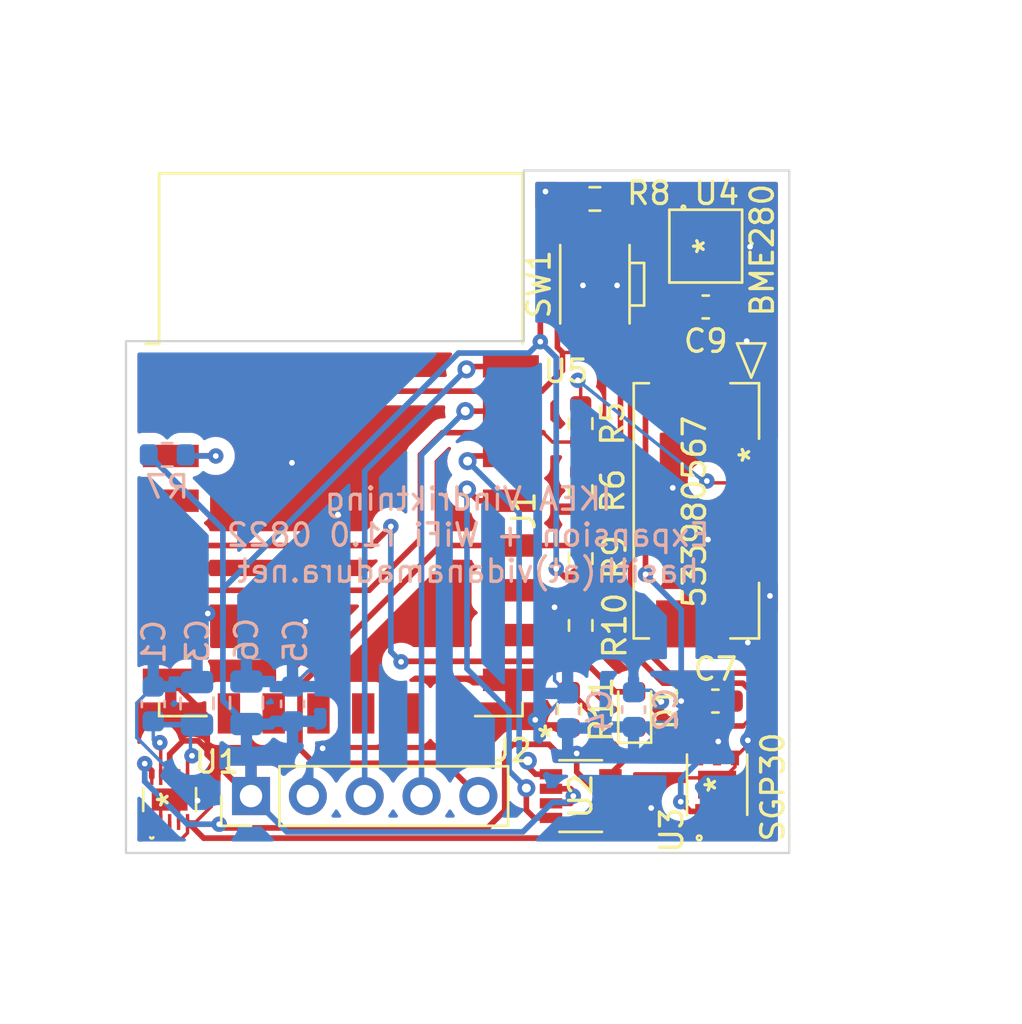
<source format=kicad_pcb>
(kicad_pcb (version 20211014) (generator pcbnew)
  (layers (0 "F.Cu" signal) (31 "B.Cu" signal) (34 "B.Paste" user) (35 "F.Paste" user) (36 "B.SilkS" user "B.Silkscreen") (37 "F.SilkS" user "F.Silkscreen") (38 "B.Mask" user) (39 "F.Mask" user) (44 "Edge.Cuts" user))
  (net 0 "")
  (net 1 "VCC")
  (net 2 "GND")
  (net 3 "+1V8")
  (net 4 "+3V3")
  (net 5 "Net-(D1-Pad1)")
  (net 6 "Net-(D1-Pad2)")
  (net 7 "ISPDA")
  (net 8 "REST")
  (net 9 "ISPCLK")
  (net 10 "/TXD")
  (net 11 "/RXD")
  (net 12 "/GPIO0")
  (net 13 "I2C_1V8_SCL")
  (net 14 "I2C_3V3_SCL")
  (net 15 "I2C_1V8_SDA")
  (net 16 "I2C_3V3_SDA")
  (net 17 "/GPIO12")
  (net 18 "Net-(R7-Pad2)")
  (net 19 "RST")
  (net 20 "Net-(R10-Pad1)")
  (footprint "Resistor_SMD:R_0603_1608Metric" (layer "F.Cu") (at -231.648 -1055.433 -90)
    (fp_text reference "R11" (at 0 -1.43 90) (layer "F.SilkS"))
    (fp_text value "240")
    (pad "1" smd roundrect (at -0.825 0 270) (size 0.8 0.95) (layers "F.Cu" "F.Paste" "F.Mask") (net 5 "Net-(D1-Pad1)"))
    (pad "2" smd roundrect (at 0.825 0 270) (size 0.8 0.95) (layers "F.Cu" "F.Paste" "F.Mask") (net 2 "GND"))
  )
  (footprint "Custom-Components:BME280" (layer "F.Cu") (at -225.552 -1076.121818 90)
    (fp_text reference "U4" (at 2.362182 0.489837) (layer "F.SilkS"))
    (fp_text value "BME280" (at -0.177818 2.521837 90) (layer "F.SilkS"))
    (fp_text user "*" (at 0 0 90) (layer "F.SilkS"))
    (pad "1" smd rect locked (at 1.024999 -0.974999 90) (size 0.508 0.3556) (layers "F.Cu" "F.Paste" "F.Mask") (net 2 "GND"))
    (pad "2" smd rect locked (at 1.024999 -0.325001 90) (size 0.508 0.3556) (layers "F.Cu" "F.Paste" "F.Mask") (net 3 "+1V8"))
    (pad "3" smd rect locked (at 1.024999 0.325001 90) (size 0.508 0.3556) (layers "F.Cu" "F.Paste" "F.Mask") (net 15 "I2C_1V8_SDA"))
    (pad "4" smd rect locked (at 1.024999 0.974999 90) (size 0.508 0.3556) (layers "F.Cu" "F.Paste" "F.Mask") (net 13 "I2C_1V8_SCL"))
    (pad "5" smd rect locked (at -1.024999 0.974999 90) (size 0.508 0.3556) (layers "F.Cu" "F.Paste" "F.Mask") (net 2 "GND"))
    (pad "6" smd rect locked (at -1.024999 0.325001 90) (size 0.508 0.3556) (layers "F.Cu" "F.Paste" "F.Mask") (net 3 "+1V8"))
    (pad "7" smd rect locked (at -1.024999 -0.325001 90) (size 0.508 0.3556) (layers "F.Cu" "F.Paste" "F.Mask") (net 2 "GND"))
    (pad "8" smd rect locked (at -1.024999 -0.974999 90) (size 0.508 0.3556) (layers "F.Cu" "F.Paste" "F.Mask") (net 3 "+1V8"))
  )
  (footprint "Resistor_SMD:R_0603_1608Metric" (layer "F.Cu") (at -231.14 -1065.1998 -90)
    (fp_text reference "R6" (at 0 -1.43 90) (layer "F.SilkS"))
    (fp_text value "10k")
    (pad "1" smd roundrect (at -0.825 0 270) (size 0.8 0.95) (layers "F.Cu" "F.Paste" "F.Mask") (net 17 "/GPIO12"))
    (pad "2" smd roundrect (at 0.825 0 270) (size 0.8 0.95) (layers "F.Cu" "F.Paste" "F.Mask") (net 2 "GND"))
  )
  (footprint "Custom-Components:TLV75101PDSQR" (layer "F.Cu") (at -249.507662 -1051.404835 90)
    (fp_text reference "U1" (at 1.679165 2.111662) (layer "F.SilkS"))
    (fp_text value "TLV751" hide)
    (fp_text user "*" (at 0 0 90) (layer "F.SilkS"))
    (pad "1" smd rect (at -1.0033 -0.8001 90) (size 0.7112 0.1524) (layers "F.Cu" "F.Paste" "F.Mask"))
    (pad "2" smd rect (at -1.0033 -0.40005 90) (size 0.7112 0.1524) (layers "F.Cu" "F.Paste" "F.Mask") (net 2 "GND"))
    (pad "3" smd rect (at -1.0033 0 90) (size 0.7112 0.1524) (layers "F.Cu" "F.Paste" "F.Mask") (net 1 "VCC"))
    (pad "4" smd rect (at -1.0033 0.40005 90) (size 0.7112 0.1524) (layers "F.Cu" "F.Paste" "F.Mask") (net 2 "GND"))
    (pad "5" smd rect (at -1.0033 0.8001 90) (size 0.7112 0.1524) (layers "F.Cu" "F.Paste" "F.Mask") (net 1 "VCC"))
    (pad "6" smd rect (at 1.0033 0.8001 90) (size 0.7112 0.1524) (layers "F.Cu" "F.Paste" "F.Mask") (net 1 "VCC"))
    (pad "7" smd rect (at 1.0033 0.40005 90) (size 0.7112 0.1524) (layers "F.Cu" "F.Paste" "F.Mask"))
    (pad "8" smd rect (at 1.0033 0 90) (size 0.7112 0.1524) (layers "F.Cu" "F.Paste" "F.Mask") (net 4 "+3V3"))
    (pad "9" smd rect (at 1.0033 -0.40005 90) (size 0.7112 0.1524) (layers "F.Cu" "F.Paste" "F.Mask") (net 1 "VCC"))
    (pad "10" smd rect (at 1.0033 -0.8001 90) (size 0.7112 0.1524) (layers "F.Cu" "F.Paste" "F.Mask") (net 3 "+1V8"))
    (pad "11" smd rect (at 0 0 90) (size 0.9906 1.6002) (layers "F.Cu" "F.Mask") (net 2 "GND"))
  )
  (footprint "Resistor_SMD:R_0603_1608Metric" (layer "F.Cu") (at -231.14 -1059.18 90)
    (fp_text reference "R10" (at 0 1.524 90) (layer "F.SilkS"))
    (fp_text value "10k")
    (pad "1" smd roundrect (at -0.825 0 90) (size 0.8 0.95) (layers "F.Cu" "F.Paste" "F.Mask") (net 20 "Net-(R10-Pad1)"))
    (pad "2" smd roundrect (at 0.825 0 90) (size 0.8 0.95) (layers "F.Cu" "F.Paste" "F.Mask") (net 2 "GND"))
  )
  (footprint "Resistor_SMD:R_0603_1608Metric" (layer "F.Cu") (at -231.14 -1062.165 90)
    (fp_text reference "R9" (at 0.063 1.524 90) (layer "F.SilkS"))
    (fp_text value "10k")
    (pad "1" smd roundrect (at -0.825 0 90) (size 0.8 0.95) (layers "F.Cu" "F.Paste" "F.Mask") (net 4 "+3V3"))
    (pad "2" smd roundrect (at 0.825 0 90) (size 0.8 0.95) (layers "F.Cu" "F.Paste" "F.Mask") (net 12 "/GPIO0"))
  )
  (footprint "Custom-Components:SGP30-2.5K" (layer "F.Cu") (at -225.044 -1052.068 90)
    (fp_text reference "U3" (at -2.032 -2.032 90) (layer "F.SilkS"))
    (fp_text value "SGP30" (at -0.1016 2.4892 270) (layer "F.SilkS"))
    (fp_text user "*" (at 0 0 90) (layer "F.SilkS"))
    (pad "1" smd rect (at -1.1938 -0.800001 90) (size 0.6604 0.3556) (layers "F.Cu" "F.Paste" "F.Mask") (net 3 "+1V8"))
    (pad "2" smd rect (at -1.1938 0 90) (size 0.6604 0.3556) (layers "F.Cu" "F.Paste" "F.Mask") (net 2 "GND"))
    (pad "3" smd rect (at -1.1938 0.800001 90) (size 0.6604 0.3556) (layers "F.Cu" "F.Paste" "F.Mask") (net 15 "I2C_1V8_SDA"))
    (pad "4" smd rect (at 1.1938 0.800001 90) (size 0.6604 0.3556) (layers "F.Cu" "F.Paste" "F.Mask") (net 2 "GND"))
    (pad "5" smd rect (at 1.1938 0 90) (size 0.6604 0.3556) (layers "F.Cu" "F.Paste" "F.Mask") (net 3 "+1V8"))
    (pad "6" smd rect (at 1.1938 -0.800001 90) (size 0.6604 0.3556) (layers "F.Cu" "F.Paste" "F.Mask") (net 13 "I2C_1V8_SCL"))
    (pad "7" smd rect (at 0 0 90) (size 1.2446 1.7018) (layers "F.Cu" "F.Mask") (net 2 "GND"))
  )
  (footprint "Capacitor_SMD:C_0603_1608Metric" (layer "F.Cu") (at -225.1202 -1055.8018)
    (fp_text reference "C7" (at 0 -1.43) (layer "F.SilkS"))
    (fp_text value "0.1uF")
    (pad "1" smd roundrect (at -0.775 0) (size 0.9 0.95) (layers "F.Cu" "F.Paste" "F.Mask") (net 3 "+1V8"))
    (pad "2" smd roundrect (at 0.775 0) (size 0.9 0.95) (layers "F.Cu" "F.Paste" "F.Mask") (net 2 "GND"))
  )
  (footprint "LED_SMD:LED_0603_1608Metric" (layer "F.Cu") (at -228.72711 -1055.429599 90)
    (fp_text reference "D1" (at 0.057741 1.406363 90) (layer "F.SilkS"))
    (fp_text value "LED")
    (pad "1" smd roundrect (at -0.7875 0 90) (size 0.875 0.95) (layers "F.Cu" "F.Paste" "F.Mask") (net 5 "Net-(D1-Pad1)"))
    (pad "2" smd roundrect (at 0.7875 0 90) (size 0.875 0.95) (layers "F.Cu" "F.Paste" "F.Mask") (net 6 "Net-(D1-Pad2)"))
  )
  (footprint "Capacitor_SMD:C_0603_1608Metric" (layer "F.Cu") (at -225.552 -1073.404)
    (fp_text reference "C9" (at 0 1.524) (layer "F.SilkS"))
    (fp_text value "0.1uF")
    (pad "1" smd roundrect (at -0.775 0) (size 0.9 0.95) (layers "F.Cu" "F.Paste" "F.Mask") (net 3 "+1V8"))
    (pad "2" smd roundrect (at 0.775 0) (size 0.9 0.95) (layers "F.Cu" "F.Paste" "F.Mask") (net 2 "GND"))
  )
  (footprint "Custom-Components:533980567" (layer "F.Cu") (at -223.52 -1066.8 90)
    (fp_text reference "J1" (at -2.5 -10.16 90) (layer "F.SilkS"))
    (fp_text value "533980567" (at -2.54 -2.54 90) (layer "F.SilkS"))
    (fp_text user "*" (at 0 0 90) (layer "F.SilkS"))
    (pad "1" smd rect (at 0 0 90) (size 0.8 1.3) (layers "F.Cu" "F.Paste" "F.Mask") (net 7 "ISPDA"))
    (pad "2" smd rect (at -1.25 0 90) (size 0.8 1.3) (layers "F.Cu" "F.Paste" "F.Mask") (net 8 "REST"))
    (pad "3" smd rect (at -2.5 0 90) (size 0.8 1.3) (layers "F.Cu" "F.Paste" "F.Mask") (net 9 "ISPCLK"))
    (pad "4" smd rect (at -3.75 0 90) (size 0.8 1.3) (layers "F.Cu" "F.Paste" "F.Mask") (net 2 "GND"))
    (pad "5" smd rect (at -5 0 90) (size 0.8 1.3) (layers "F.Cu" "F.Paste" "F.Mask") (net 1 "VCC"))
    (pad "6" smd rect (at 2.55 -2.75 90) (size 2.1 2.999999) (layers "F.Cu" "F.Mask") (net 2 "GND"))
    (pad "7" smd rect (at -7.55 -2.75 90) (size 2.1 2.999999) (layers "F.Cu" "F.Mask") (net 2 "GND"))
  )
  (footprint "RF_Module:ESP-12E" (layer "F.Cu") (at -241.858532 -1067.250927)
    (fp_text reference "U5" (at 10.058132 -3.282873) (layer "F.SilkS"))
    (fp_text value "ESP-12F")
    (pad "1" smd rect (at -7.6 -3.5) (size 2.5 1) (layers "F.Cu" "F.Paste" "F.Mask") (net 19 "RST"))
    (pad "2" smd rect (at -7.6 -1.5) (size 2.5 1) (layers "F.Cu" "F.Paste" "F.Mask"))
    (pad "3" smd rect (at -7.6 0.5) (size 2.5 1) (layers "F.Cu" "F.Paste" "F.Mask") (net 18 "Net-(R7-Pad2)"))
    (pad "4" smd rect (at -7.6 2.5) (size 2.5 1) (layers "F.Cu" "F.Paste" "F.Mask"))
    (pad "5" smd rect (at -7.6 4.5) (size 2.5 1) (layers "F.Cu" "F.Paste" "F.Mask") (net 6 "Net-(D1-Pad2)"))
    (pad "6" smd rect (at -7.6 6.5) (size 2.5 1) (layers "F.Cu" "F.Paste" "F.Mask") (net 17 "/GPIO12"))
    (pad "7" smd rect (at -7.6 8.5) (size 2.5 1) (layers "F.Cu" "F.Paste" "F.Mask"))
    (pad "8" smd rect (at -7.6 10.5) (size 2.5 1) (layers "F.Cu" "F.Paste" "F.Mask") (net 4 "+3V3"))
    (pad "9" smd rect (at -5 12) (size 1 1.8) (layers "F.Cu" "F.Paste" "F.Mask"))
    (pad "10" smd rect (at -3 12) (size 1 1.8) (layers "F.Cu" "F.Paste" "F.Mask"))
    (pad "11" smd rect (at -1 12) (size 1 1.8) (layers "F.Cu" "F.Paste" "F.Mask"))
    (pad "12" smd rect (at 1 12) (size 1 1.8) (layers "F.Cu" "F.Paste" "F.Mask"))
    (pad "13" smd rect (at 3 12) (size 1 1.8) (layers "F.Cu" "F.Paste" "F.Mask"))
    (pad "14" smd rect (at 5 12) (size 1 1.8) (layers "F.Cu" "F.Paste" "F.Mask"))
    (pad "15" smd rect (at 7.6 10.5) (size 2.5 1) (layers "F.Cu" "F.Paste" "F.Mask") (net 2 "GND"))
    (pad "16" smd rect (at 7.6 8.5) (size 2.5 1) (layers "F.Cu" "F.Paste" "F.Mask") (net 20 "Net-(R10-Pad1)"))
    (pad "17" smd rect (at 7.6 6.5) (size 2.5 1) (layers "F.Cu" "F.Paste" "F.Mask"))
    (pad "18" smd rect (at 7.6 4.5) (size 2.5 1) (layers "F.Cu" "F.Paste" "F.Mask") (net 12 "/GPIO0"))
    (pad "19" smd rect (at 7.6 2.5) (size 2.5 1) (layers "F.Cu" "F.Paste" "F.Mask") (net 16 "I2C_3V3_SDA"))
    (pad "20" smd rect (at 7.6 0.5) (size 2.5 1) (layers "F.Cu" "F.Paste" "F.Mask") (net 14 "I2C_3V3_SCL"))
    (pad "21" smd rect (at 7.6 -1.5) (size 2.5 1) (layers "F.Cu" "F.Paste" "F.Mask") (net 11 "/RXD"))
    (pad "22" smd rect (at 7.6 -3.5) (size 2.5 1) (layers "F.Cu" "F.Paste" "F.Mask") (net 10 "/TXD"))
    (zone (net 0) (net_name "") (layers *.Cu) (connect_pads (clearance 0)) (min_thickness 0.254)
      (keepout (tracks not_allowed) (vias not_allowed) (pads not_allowed) (copperpour not_allowed) (footprints not_allowed))
      (fill (thermal_gap 0.508) (thermal_bridge_width 0.508))
      (polygon (pts (xy -249.978532 -1072.050927) (xy -233.738532 -1072.050927) (xy -233.738532 -1079.370927) (xy -249.978532 -1079.370927)))
    )
  )
  (footprint "Button_Switch_SMD:SW_SPST_EVQP7A" (layer "F.Cu") (at -230.505 -1074.42 90)
    (fp_text reference "SW1" (at 0 -2.5 90) (layer "F.SilkS"))
    (fp_text value "SW_SPST")
    (pad "1" smd rect (at 1.8 -0.72 90) (size 1.4 1.05) (layers "F.Cu" "F.Paste" "F.Mask") (net 2 "GND"))
    (pad "1" smd rect (at -1.8 -0.72 90) (size 1.4 1.05) (layers "F.Cu" "F.Paste" "F.Mask") (net 2 "GND"))
    (pad "2" smd rect (at 1.8 0.72 90) (size 1.4 1.05) (layers "F.Cu" "F.Paste" "F.Mask") (net 19 "RST"))
    (pad "2" smd rect (at -1.8 0.72 90) (size 1.4 1.05) (layers "F.Cu" "F.Paste" "F.Mask") (net 19 "RST"))
  )
  (footprint "Connector_PinHeader_2.54mm:PinHeader_1x05_P2.54mm_Vertical" (layer "F.Cu") (at -245.872 -1051.56 90)
    (fp_text reference "J2" (at 2.032 11.684 180) (layer "F.SilkS"))
    (fp_text value "Conn_01x05")
    (pad "1" thru_hole rect (at 0 0 90) (size 1.7 1.7) (drill 1) (layers *.Cu *.Mask) (net 4 "+3V3"))
    (pad "2" thru_hole oval (at 0 2.54 90) (size 1.7 1.7) (drill 1) (layers *.Cu *.Mask) (net 2 "GND"))
    (pad "3" thru_hole oval (at 0 5.08 90) (size 1.7 1.7) (drill 1) (layers *.Cu *.Mask) (net 10 "/TXD"))
    (pad "4" thru_hole oval (at 0 7.62 90) (size 1.7 1.7) (drill 1) (layers *.Cu *.Mask) (net 11 "/RXD"))
    (pad "5" thru_hole oval (at 0 10.16 90) (size 1.7 1.7) (drill 1) (layers *.Cu *.Mask) (net 12 "/GPIO0"))
  )
  (footprint "Resistor_SMD:R_0603_1608Metric" (layer "F.Cu") (at -231.14 -1068.197 -90)
    (fp_text reference "R5" (at 0 -1.43 90) (layer "F.SilkS"))
    (fp_text value "10k")
    (pad "1" smd roundrect (at -0.825 0 270) (size 0.8 0.95) (layers "F.Cu" "F.Paste" "F.Mask") (net 8 "REST"))
    (pad "2" smd roundrect (at 0.825 0 270) (size 0.8 0.95) (layers "F.Cu" "F.Paste" "F.Mask") (net 17 "/GPIO12"))
  )
  (footprint "Resistor_SMD:R_0603_1608Metric" (layer "F.Cu") (at -230.505 -1078.23)
    (fp_text reference "R8" (at 2.413 -0.254) (layer "F.SilkS"))
    (fp_text value "10k")
    (pad "1" smd roundrect (at -0.825 0) (size 0.8 0.95) (layers "F.Cu" "F.Paste" "F.Mask") (net 4 "+3V3"))
    (pad "2" smd roundrect (at 0.825 0) (size 0.8 0.95) (layers "F.Cu" "F.Paste" "F.Mask") (net 19 "RST"))
  )
  (footprint "Custom-Components:TCA9416DDFR" (layer "F.Cu") (at -231.14 -1051.56)
    (fp_text reference "U2" (at 0 0 90) (layer "F.SilkS"))
    (fp_text value "TCA9416DDFR" hide)
    (fp_text user "*" (at -1.58115 -2.575179) (layer "F.SilkS"))
    (fp_text user "*" (at -1.58115 -2.575179) (layer "F.SilkS"))
    (pad "1" smd rect locked (at -1.32715 -0.974979) (size 1.0033 0.4572) (layers "F.Cu" "F.Paste" "F.Mask") (net 14 "I2C_3V3_SCL"))
    (pad "2" smd rect locked (at -1.32715 -0.324993) (size 1.0033 0.4572) (layers "F.Cu" "F.Paste" "F.Mask") (net 4 "+3V3"))
    (pad "3" smd rect locked (at -1.32715 0.324993) (size 1.0033 0.4572) (layers "F.Cu" "F.Paste" "F.Mask") (net 4 "+3V3"))
    (pad "4" smd rect locked (at -1.32715 0.974979) (size 1.0033 0.4572) (layers "F.Cu" "F.Paste" "F.Mask") (net 16 "I2C_3V3_SDA"))
    (pad "5" smd rect locked (at 1.32715 0.974979) (size 1.0033 0.4572) (layers "F.Cu" "F.Paste" "F.Mask") (net 15 "I2C_1V8_SDA"))
    (pad "6" smd rect locked (at 1.32715 0.324993) (size 1.0033 0.4572) (layers "F.Cu" "F.Paste" "F.Mask") (net 2 "GND"))
    (pad "7" smd rect locked (at 1.32715 -0.324993) (size 1.0033 0.4572) (layers "F.Cu" "F.Paste" "F.Mask") (net 3 "+1V8"))
    (pad "8" smd rect locked (at 1.32715 -0.974979) (size 1.0033 0.4572) (layers "F.Cu" "F.Paste" "F.Mask") (net 13 "I2C_1V8_SCL"))
  )
  (footprint "Capacitor_SMD:C_0603_1608Metric" (layer "B.Cu") (at -244.0178 -1055.6748 90)
    (fp_text reference "C5" (at 2.8194 0.127 90) (layer "B.SilkS") (effects (justify mirror)))
    (fp_text value "0.1uF")
    (pad "1" smd roundrect (at -0.775 0 90) (size 0.9 0.95) (layers "B.Cu" "B.Paste" "B.Mask") (net 4 "+3V3"))
    (pad "2" smd roundrect (at 0.775 0 90) (size 0.9 0.95) (layers "B.Cu" "B.Paste" "B.Mask") (net 2 "GND"))
  )
  (footprint "Capacitor_SMD:C_0805_2012Metric" (layer "B.Cu") (at -248.285 -1055.7002 90)
    (fp_text reference "C3" (at 2.794 0.0254 90) (layer "B.SilkS") (effects (justify mirror)))
    (fp_text value "10uF")
    (pad "1" smd roundrect (at -0.95 0 90) (size 1 1.45) (layers "B.Cu" "B.Paste" "B.Mask") (net 1 "VCC"))
    (pad "2" smd roundrect (at 0.95 0 90) (size 1 1.45) (layers "B.Cu" "B.Paste" "B.Mask") (net 2 "GND"))
  )
  (footprint "Resistor_SMD:R_0603_1608Metric" (layer "B.Cu") (at -249.619 -1066.8)
    (fp_text reference "R7" (at 0 1.43) (layer "B.SilkS") (effects (justify mirror)))
    (fp_text value "10k")
    (pad "1" smd roundrect (at -0.825 0) (size 0.8 0.95) (layers "B.Cu" "B.Paste" "B.Mask") (net 4 "+3V3"))
    (pad "2" smd roundrect (at 0.825 0) (size 0.8 0.95) (layers "B.Cu" "B.Paste" "B.Mask") (net 18 "Net-(R7-Pad2)"))
  )
  (footprint "Capacitor_SMD:C_0603_1608Metric" (layer "B.Cu") (at -231.7242 -1055.37 90)
    (fp_text reference "C4" (at 0 1.43 90) (layer "B.SilkS") (effects (justify mirror)))
    (fp_text value "0.1uF")
    (pad "1" smd roundrect (at -0.775 0 90) (size 0.9 0.95) (layers "B.Cu" "B.Paste" "B.Mask") (net 3 "+1V8"))
    (pad "2" smd roundrect (at 0.775 0 90) (size 0.9 0.95) (layers "B.Cu" "B.Paste" "B.Mask") (net 2 "GND"))
  )
  (footprint "Capacitor_SMD:C_0805_2012Metric" (layer "B.Cu") (at -246.0752 -1055.7256 90)
    (fp_text reference "C6" (at 2.8194 0 90) (layer "B.SilkS") (effects (justify mirror)))
    (fp_text value "10uF")
    (pad "1" smd roundrect (at -0.95 0 90) (size 1 1.45) (layers "B.Cu" "B.Paste" "B.Mask") (net 4 "+3V3"))
    (pad "2" smd roundrect (at 0.95 0 90) (size 1 1.45) (layers "B.Cu" "B.Paste" "B.Mask") (net 2 "GND"))
  )
  (footprint "Capacitor_SMD:C_0603_1608Metric" (layer "B.Cu") (at -250.2408 -1055.6748 90)
    (fp_text reference "C1" (at 2.7686 0.0254 90) (layer "B.SilkS") (effects (justify mirror)))
    (fp_text value "1uF")
    (pad "1" smd roundrect (at -0.775 0 90) (size 0.9 0.95) (layers "B.Cu" "B.Paste" "B.Mask") (net 1 "VCC"))
    (pad "2" smd roundrect (at 0.775 0 90) (size 0.9 0.95) (layers "B.Cu" "B.Paste" "B.Mask") (net 2 "GND"))
  )
  (footprint "Capacitor_SMD:C_0603_1608Metric" (layer "B.Cu") (at -228.7778 -1055.4208 90)
    (fp_text reference "C2" (at 0 1.43 90) (layer "B.SilkS") (effects (justify mirror)))
    (fp_text value "1uF")
    (pad "1" smd roundrect (at -0.775 0 90) (size 0.9 0.95) (layers "B.Cu" "B.Paste" "B.Mask") (net 3 "+1V8"))
    (pad "2" smd roundrect (at 0.775 0 90) (size 0.9 0.95) (layers "B.Cu" "B.Paste" "B.Mask") (net 2 "GND"))
  )
  (gr_line (start -233.68 -1071.88) (end -233.68 -1079.5) (layer "Edge.Cuts") (width 0.1))
  (gr_line (start -221.82 -1049.02) (end -251.46 -1049.02) (layer "Edge.Cuts") (width 0.1))
  (gr_line (start -233.68 -1079.5) (end -221.82 -1079.5) (layer "Edge.Cuts") (width 0.1))
  (gr_line (start -221.82 -1049.02) (end -221.82 -1079.5) (layer "Edge.Cuts") (width 0.1))
  (gr_line (start -251.46 -1049.02) (end -251.46 -1071.88) (layer "Edge.Cuts") (width 0.1))
  (gr_line (start -251.46 -1071.88) (end -233.68 -1071.88) (layer "Edge.Cuts") (width 0.1))
  (gr_text "IKEA Vindriktning\nExpansion + WiFi r1.0 0822\nhasith(at)vidanamadura.net" (at -236.1692 -1063.2186) (layer "B.SilkS") (effects (font (size 1 1)) (justify mirror)))
  (segment (start -222.6056 -1059.0276) (end -222.6056 -1051.052) (width 0.254) (layer "F.Cu") (net 1))
  (segment (start -247.641 -1051.613033) (end -248.436102 -1052.408135) (width 0.1524) (layer "F.Cu") (net 1))
  (segment (start -222.6056 -1051.052) (end -223.9772 -1049.6804) (width 0.254) (layer "F.Cu") (net 1))
  (segment (start -247.986427 -1049.6804) (end -248.704912 -1050.398885) (width 0.254) (layer "F.Cu") (net 1))
  (segment (start -249.507662 -1050.401535) (end -249.507662 -1049.817385) (width 0.1524) (layer "F.Cu") (net 1))
  (segment (start -249.907712 -1052.408135) (end -249.907712 -1053.908744) (width 0.1524) (layer "F.Cu") (net 1))
  (segment (start -249.507662 -1049.817385) (end -249.345277 -1049.655) (width 0.1524) (layer "F.Cu") (net 1))
  (segment (start -249.907712 -1053.908744) (end -249.945784 -1053.946816) (width 0.1524) (layer "F.Cu") (net 1))
  (segment (start -223.9772 -1049.6804) (end -247.986427 -1049.6804) (width 0.254) (layer "F.Cu") (net 1))
  (segment (start -248.707562 -1052.408135) (end -248.707562 -1053.159353) (width 0.1524) (layer "F.Cu") (net 1))
  (segment (start -223.52 -1061.8) (end -223.52 -1059.942) (width 0.254) (layer "F.Cu") (net 1))
  (segment (start -248.436102 -1052.408135) (end -248.707562 -1052.408135) (width 0.1524) (layer "F.Cu") (net 1))
  (segment (start -249.345277 -1049.655) (end -248.9708 -1049.655) (width 0.1524) (layer "F.Cu") (net 1))
  (segment (start -247.641 -1051.100567) (end -247.641 -1051.613033) (width 0.1524) (layer "F.Cu") (net 1))
  (segment (start -248.9708 -1049.655) (end -248.707562 -1049.918238) (width 0.1524) (layer "F.Cu") (net 1))
  (segment (start -223.52 -1059.942) (end -222.6056 -1059.0276) (width 0.254) (layer "F.Cu") (net 1))
  (segment (start -248.707562 -1049.918238) (end -248.707562 -1050.401535) (width 0.1524) (layer "F.Cu") (net 1))
  (segment (start -248.707562 -1053.159353) (end -248.509077 -1053.357838) (width 0.1524) (layer "F.Cu") (net 1))
  (segment (start -248.707562 -1050.401535) (end -248.340032 -1050.401535) (width 0.1524) (layer "F.Cu") (net 1))
  (segment (start -248.340032 -1050.401535) (end -247.641 -1051.100567) (width 0.1524) (layer "F.Cu") (net 1))
  (via (at -248.509077 -1053.357838) (size 0.6858) (drill 0.254) (layers "F.Cu" "B.Cu") (net 1))
  (via (at -249.945784 -1053.946816) (size 0.6858) (drill 0.254) (layers "F.Cu" "B.Cu") (net 1))
  (segment (start -250.2408 -1054.0746) (end -250.113016 -1053.946816) (width 0.1524) (layer "B.Cu") (net 1))
  (segment (start -248.576509 -1054.466709) (end -248.576509 -1053.42527) (width 0.1524) (layer "B.Cu") (net 1))
  (segment (start -250.113016 -1053.946816) (end -249.945784 -1053.946816) (width 0.1524) (layer "B.Cu") (net 1))
  (segment (start -250.0912 -1054.7502) (end -250.2408 -1054.8998) (width 0.254) (layer "B.Cu") (net 1))
  (segment (start -250.2408 -1054.8998) (end -250.2408 -1054.0746) (width 0.1524) (layer "B.Cu") (net 1))
  (segment (start -248.285 -1054.7502) (end -250.0912 -1054.7502) (width 0.254) (layer "B.Cu") (net 1))
  (segment (start -248.576509 -1053.42527) (end -248.509077 -1053.357838) (width 0.1524) (layer "B.Cu") (net 1))
  (segment (start -227.5332 -1052.3728) (end -225.3488 -1052.3728) (width 0.1524) (layer "F.Cu") (net 2))
  (segment (start -248.307635 -1051.404835) (end -248.2596 -1051.3568) (width 0.1524) (layer "F.Cu") (net 2))
  (segment (start -225.3488 -1052.3728) (end -225.044 -1052.068) (width 0.1524) (layer "F.Cu") (net 2))
  (segment (start -224.243999 -1052.868001) (end -224.243999 -1053.2618) (width 0.1524) (layer "F.Cu") (net 2))
  (segment (start -229.81285 -1051.235007) (end -228.670993 -1051.235007) (width 0.1524) (layer "F.Cu") (net 2))
  (segment (start -234.258532 -1055.898527) (end -236.463459 -1053.6936) (width 0.1524) (layer "F.Cu") (net 2))
  (segment (start -225.877001 -1075.862601) (end -225.877001 -1075.096819) (width 0.1524) (layer "F.Cu") (net 2))
  (segment (start -226.526999 -1077.146817) (end -226.526999 -1076.512599) (width 0.1524) (layer "F.Cu") (net 2))
  (segment (start -228.670993 -1051.235007) (end -227.5332 -1052.3728) (width 0.1524) (layer "F.Cu") (net 2))
  (segment (start -231.1522 -1059.9928) (end -231.14 -1060.005) (width 0.1524) (layer "F.Cu") (net 2))
  (segment (start -226.526999 -1076.512599) (end -225.877001 -1075.862601) (width 0.1524) (layer "F.Cu") (net 2))
  (segment (start -226.4664 -1076.0964) (end -223.5708 -1076.0964) (width 0.1524) (layer "F.Cu") (net 2))
  (segment (start -236.463459 -1053.6936) (end -242.6716 -1053.6936) (width 0.1524) (layer "F.Cu") (net 2))
  (segment (start -227.5332 -1055.1668) (end -227.5332 -1055.7764) (width 0.1524) (layer "F.Cu") (net 2))
  (segment (start -249.907712 -1050.401535) (end -249.907712 -1051.004785) (width 0.1524) (layer "F.Cu") (net 2))
  (segment (start -225.3488 -1076.0964) (end -226.4664 -1076.0964) (width 0.1524) (layer "F.Cu") (net 2))
  (segment (start -234.258532 -1056.050132) (end -233.172 -1054.9636) (width 0.1524) (layer "F.Cu") (net 2))
  (segment (start -225.044 -1052.068) (end -224.243999 -1052.868001) (width 0.1524) (layer "F.Cu") (net 2))
  (segment (start -224.577001 -1075.096819) (end -224.577001 -1075.503219) (width 0.1524) (layer "F.Cu") (net 2))
  (segment (start -223.4692 -1054.0492) (end -223.6724 -1054.0492) (width 0.1524) (layer "F.Cu") (net 2))
  (segment (start -234.258532 -1056.750927) (end -234.258532 -1056.050132) (width 0.1524) (layer "F.Cu") (net 2))
  (segment (start -249.507662 -1051.404835) (end -248.307635 -1051.404835) (width 0.1524) (layer "F.Cu") (net 2))
  (segment (start -226.9744 -1054.608) (end -227.5332 -1055.1668) (width 0.1524) (layer "F.Cu") (net 2))
  (segment (start -224.577001 -1075.503219) (end -225.170182 -1076.0964) (width 0.1524) (layer "F.Cu") (net 2))
  (segment (start -224.3452 -1055.8018) (end -224.711396 -1055.8018) (width 0.1524) (layer "F.Cu") (net 2))
  (segment (start -249.907712 -1051.004785) (end -249.507662 -1051.404835) (width 0.1524) (layer "F.Cu") (net 2))
  (segment (start -225.170182 -1076.0964) (end -225.3488 -1076.0964) (width 0.1524) (layer "F.Cu") (net 2))
  (segment (start -232.3084 -1059.9928) (end -231.1522 -1059.9928) (width 0.1524) (layer "F.Cu") (net 2))
  (segment (start -224.711396 -1055.8018) (end -225.905196 -1054.608) (width 0.1524) (layer "F.Cu") (net 2))
  (segment (start -249.107612 -1050.401535) (end -249.107612 -1051.004785) (width 0.1524) (layer "F.Cu") (net 2))
  (segment (start -225.905196 -1054.608) (end -226.9744 -1054.608) (width 0.1524) (layer "F.Cu") (net 2))
  (segment (start -249.107612 -1051.004785) (end -249.507662 -1051.404835) (width 0.1524) (layer "F.Cu") (net 2))
  (segment (start -234.258532 -1056.750927) (end -234.258532 -1055.898527) (width 0.1524) (layer "F.Cu") (net 2))
  (segment (start -224.243999 -1053.274401) (end -223.4692 -1054.0492) (width 0.1524) (layer "F.Cu") (net 2))
  (segment (start -224.243999 -1053.2618) (end -224.243999 -1053.274401) (width 0.1524) (layer "F.Cu") (net 2))
  (via (at -222.6818 -1060.5008) (size 0.6858) (drill 0.254) (layers "F.Cu" "B.Cu") (net 2))
  (via (at -244.0432 -1066.4444) (size 0.6858) (drill 0.254) (layers "F.Cu" "B.Cu") (net 2))
  (via (at -243.4336 -1059.3578) (size 0.6858) (drill 0.254) (layers "F.Cu" "B.Cu") (net 2))
  (via (at -232.7148 -1078.5602) (size 0.6858) (drill 0.254) (layers "F.Cu" "B.Cu") (net 2))
  (via (at -241.9858 -1064.133) (size 0.6858) (drill 0.254) (layers "F.Cu" "B.Cu") (net 2))
  (via (at -247.8024 -1059.7134) (size 0.6858) (drill 0.254) (layers "F.Cu" "B.Cu") (net 2))
  (via (at -223.7232 -1071.88) (size 0.6858) (drill 0.254) (layers "F.Cu" "B.Cu") (net 2))
  (via (at -223.5708 -1076.0964) (size 0.6858) (drill 0.254) (layers "F.Cu" "B.Cu") (net 2))
  (via (at -227.9904 -1051.0266) (size 0.6858) (drill 0.254) (layers "F.Cu" "B.Cu") (net 2))
  (via (at -231.0384 -1074.3692) (size 0.6858) (drill 0.254) (layers "F.Cu" "B.Cu") (net 2))
  (via (at -225.4504 -1063.0154) (size 0.6858) (drill 0.254) (layers "F.Cu" "B.Cu") (net 2))
  (via (at -232.3084 -1059.9928) (size 0.6858) (drill 0.254) (layers "F.Cu" "B.Cu") (net 2))
  (via (at -229.5144 -1074.3692) (size 0.6858) (drill 0.254) (layers "F.Cu" "B.Cu") (net 2))
  (via (at -223.6724 -1054.0492) (size 0.6858) (drill 0.254) (layers "F.Cu" "B.Cu") (net 2))
  (via (at -233.172 -1054.9636) (size 0.6858) (drill 0.254) (layers "F.Cu" "B.Cu") (net 2))
  (via (at -227.0252 -1065.3268) (size 0.6858) (drill 0.254) (layers "F.Cu" "B.Cu") (net 2))
  (via (at -248.2596 -1051.3568) (size 0.6858) (drill 0.254) (layers "F.Cu" "B.Cu") (net 2))
  (via (at -227.5332 -1055.7764) (size 0.6858) (drill 0.254) (layers "F.Cu" "B.Cu") (net 2))
  (via (at -242.6716 -1053.6936) (size 0.6858) (drill 0.254) (layers "F.Cu" "B.Cu") (net 2))
  (via (at -223.6724 -1058.418) (size 0.6858) (drill 0.254) (layers "F.Cu" "B.Cu") (net 2))
  (segment (start -232.3084 -1056.7292) (end -232.3084 -1059.9928) (width 0.1524) (layer "B.Cu") (net 2))
  (segment (start -227.5332 -1055.8272) (end -227.9904 -1056.2844) (width 0.1524) (layer "B.Cu") (net 2))
  (segment (start -248.2596 -1051.453116) (end -250.9774 -1054.170916) (width 0.1524) (layer "B.Cu") (net 2))
  (segment (start -241.9096 -1054.4556) (end -241.9096 -1056.7416) (width 0.1524) (layer "B.Cu") (net 2))
  (segment (start -242.316 -1057.148) (end -243.3196 -1057.148) (width 0.1524) (layer "B.Cu") (net 2))
  (segment (start -231.7242 -1056.145) (end -232.3084 -1056.7292) (width 0.1524) (layer "B.Cu") (net 2))
  (segment (start -250.9774 -1055.7132) (end -250.2408 -1056.4498) (width 0.1524) (layer "B.Cu") (net 2))
  (segment (start -227.9904 -1056.2844) (end -228.6892 -1056.2844) (width 0.1524) (layer "B.Cu") (net 2))
  (segment (start -242.6716 -1053.6936) (end -241.9096 -1054.4556) (width 0.1524) (layer "B.Cu") (net 2))
  (segment (start -243.332 -1053.0332) (end -243.332 -1051.56) (width 0.1524) (layer "B.Cu") (net 2))
  (segment (start -227.5332 -1055.7764) (end -227.5332 -1055.8272) (width 0.1524) (layer "B.Cu") (net 2))
  (segment (start -223.5708 -1076.0964) (end -227.7872 -1076.0964) (width 0.1524) (layer "B.Cu") (net 2))
  (segment (start -241.9096 -1056.7416) (end -242.316 -1057.148) (width 0.1524) (layer "B.Cu") (net 2))
  (segment (start -242.6716 -1053.6936) (end -243.332 -1053.0332) (width 0.1524) (layer "B.Cu") (net 2))
  (segment (start -232.9056 -1054.9636) (end -233.172 -1054.9636) (width 0.1524) (layer "B.Cu") (net 2))
  (segment (start -243.3196 -1057.148) (end -244.0178 -1056.4498) (width 0.1524) (layer "B.Cu") (net 2))
  (segment (start -248.2596 -1051.3568) (end -248.2596 -1051.453116) (width 0.1524) (layer "B.Cu") (net 2))
  (segment (start -231.7242 -1056.145) (end -232.9056 -1054.9636) (width 0.1524) (layer "B.Cu") (net 2))
  (segment (start -250.9774 -1054.170916) (end -250.9774 -1055.7132) (width 0.1524) (layer "B.Cu") (net 2))
  (segment (start -227.7872 -1076.0964) (end -229.5144 -1074.3692) (width 0.1524) (layer "B.Cu") (net 2))
  (segment (start -228.6892 -1056.2844) (end -228.7778 -1056.1958) (width 0.1524) (layer "B.Cu") (net 2))
  (segment (start -225.844001 -1050.8742) (end -226.2378 -1050.8742) (width 0.254) (layer "F.Cu") (net 3))
  (segment (start -226.327 -1073.404) (end -226.327 -1072.496999) (width 0.254) (layer "F.Cu") (net 3))
  (segment (start -225.226999 -1075.096819) (end -225.226999 -1074.504001) (width 0.254) (layer "F.Cu") (net 3))
  (segment (start -225.950001 -1077.727817) (end -227.031799 -1077.727817) (width 0.254) (layer "F.Cu") (net 3))
  (segment (start -226.645906 -1055.8018) (end -226.648336 -1055.80423) (width 0.254) (layer "F.Cu") (net 3))
  (segment (start -226.327 -1072.496999) (end -228.2444 -1070.579599) (width 0.254) (layer "F.Cu") (net 3))
  (segment (start -231.3178 -1052.634293) (end -231.3178 -1053.465) (width 0.254) (layer "F.Cu") (net 3))
  (segment (start -225.044 -1053.9476) (end -224.9932 -1053.9984) (width 0.254) (layer "F.Cu") (net 3))
  (segment (start -232.156 -1053.465) (end -232.5624 -1053.8714) (width 0.254) (layer "F.Cu") (net 3))
  (segment (start -235.3056 -1050.1376) (end -247.1298 -1050.1376) (width 0.254) (layer "F.Cu") (net 3))
  (segment (start -227.5586 -1077.201016) (end -227.5586 -1074.6356) (width 0.254) (layer "F.Cu") (net 3))
  (segment (start -232.5624 -1053.8714) (end -234.1626 -1053.8714) (width 0.254) (layer "F.Cu") (net 3))
  (segment (start -225.877001 -1077.654817) (end -225.950001 -1077.727817) (width 0.254) (layer "F.Cu") (net 3))
  (segment (start -234.535 -1053.499) (end -234.535 -1050.9082) (width 0.254) (layer "F.Cu") (net 3))
  (segment (start -250.307762 -1052.408135) (end -250.307762 -1052.693762) (width 0.254) (layer "F.Cu") (net 3))
  (segment (start -225.8952 -1055.8018) (end -226.645906 -1055.8018) (width 0.254) (layer "F.Cu") (net 3))
  (segment (start -226.526999 -1073.603999) (end -226.327 -1073.404) (width 0.254) (layer "F.Cu") (net 3))
  (segment (start -234.1626 -1053.8714) (end -234.535 -1053.499) (width 0.254) (layer "F.Cu") (net 3))
  (segment (start -247.1298 -1050.1376) (end -247.2944 -1050.3022) (width 0.254) (layer "F.Cu") (net 3))
  (segment (start -227.031799 -1077.727817) (end -227.5586 -1077.201016) (width 0.254) (layer "F.Cu") (net 3))
  (segment (start -234.535 -1050.9082) (end -235.3056 -1050.1376) (width 0.254) (layer "F.Cu") (net 3))
  (segment (start -231.3178 -1053.465) (end -232.156 -1053.465) (width 0.254) (layer "F.Cu") (net 3))
  (segment (start -250.675865 -1052.953735) (end -250.6218 -1053.0078) (width 0.254) (layer "F.Cu") (net 3))
  (segment (start -229.81285 -1051.884993) (end -230.5685 -1051.884993) (width 0.254) (layer "F.Cu") (net 3))
  (segment (start -226.526999 -1075.096819) (end -226.526999 -1073.603999) (width 0.254) (layer "F.Cu") (net 3))
  (segment (start -228.2444 -1070.579599) (end -228.2444 -1061.466) (width 0.254) (layer "F.Cu") (net 3))
  (segment (start -230.5685 -1051.884993) (end -231.3178 -1052.634293) (width 0.254) (layer "F.Cu") (net 3))
  (segment (start -226.2378 -1050.8742) (end -226.6696 -1051.306) (width 0.254) (layer "F.Cu") (net 3))
  (segment (start -225.226999 -1074.504001) (end -226.327 -1073.404) (width 0.254) (layer "F.Cu") (net 3))
  (segment (start -225.877001 -1077.146817) (end -225.877001 -1077.654817) (width 0.254) (layer "F.Cu") (net 3))
  (segment (start -225.044 -1053.2618) (end -225.044 -1053.9476) (width 0.254) (layer "F.Cu") (net 3))
  (segment (start -227.5586 -1074.6356) (end -226.327 -1073.404) (width 0.254) (layer "F.Cu") (net 3))
  (segment (start -250.307762 -1052.693762) (end -250.6218 -1053.0078) (width 0.254) (layer "F.Cu") (net 3))
  (via (at -250.6218 -1053.0078) (size 0.6858) (drill 0.254) (layers "F.Cu" "B.Cu") (net 3))
  (via (at -226.6696 -1051.306) (size 0.6858) (drill 0.254) (layers "F.Cu" "B.Cu") (net 3))
  (via (at -226.648336 -1055.80423) (size 0.6858) (drill 0.254) (layers "F.Cu" "B.Cu") (net 3))
  (via (at -247.2944 -1050.3022) (size 0.6858) (drill 0.254) (layers "F.Cu" "B.Cu") (net 3))
  (via (at -224.9932 -1053.9984) (size 0.6858) (drill 0.254) (layers "F.Cu" "B.Cu") (net 3))
  (via (at -231.3178 -1053.465) (size 0.6858) (drill 0.254) (layers "F.Cu" "B.Cu") (net 3))
  (via (at -228.2444 -1061.466) (size 0.6858) (drill 0.254) (layers "F.Cu" "B.Cu") (net 3))
  (segment (start -228.1936 -1053.8206) (end -228.3968 -1053.6174) (width 0.254) (layer "B.Cu") (net 3))
  (segment (start -227.9904 -1054.0238) (end -225.0186 -1054.0238) (width 0.254) (layer "B.Cu") (net 3))
  (segment (start -226.648336 -1055.365864) (end -226.648336 -1055.80423) (width 0.254) (layer "B.Cu") (net 3))
  (segment (start -227.8253 -1054.1889) (end -228.2822 -1054.6458) (width 0.254) (layer "B.Cu") (net 3))
  (segment (start -226.6696 -1051.306) (end -226.6696 -1052.322) (width 0.254) (layer "B.Cu") (net 3))
  (segment (start -227.8253 -1054.1889) (end -226.648336 -1055.365864) (width 0.254) (layer "B.Cu") (net 3))
  (segment (start -231.7242 -1053.8714) (end -231.3178 -1053.465) (width 0.254) (layer "B.Cu") (net 3))
  (segment (start -228.3968 -1053.6174) (end -228.5492 -1053.465) (width 0.254) (layer "B.Cu") (net 3))
  (segment (start -228.3968 -1053.6174) (end -227.9904 -1054.0238) (width 0.254) (layer "B.Cu") (net 3))
  (segment (start -248.7158 -1050.3022) (end -250.6218 -1052.2082) (width 0.254) (layer "B.Cu") (net 3))
  (segment (start -247.2944 -1050.3022) (end -248.7158 -1050.3022) (width 0.254) (layer "B.Cu") (net 3))
  (segment (start -226.648336 -1059.869936) (end -226.648336 -1055.80423) (width 0.254) (layer "B.Cu") (net 3))
  (segment (start -227.8253 -1054.1889) (end -228.1936 -1053.8206) (width 0.254) (layer "B.Cu") (net 3))
  (segment (start -228.2822 -1054.6458) (end -228.7778 -1054.6458) (width 0.254) (layer "B.Cu") (net 3))
  (segment (start -228.2444 -1061.466) (end -226.648336 -1059.869936) (width 0.254) (layer "B.Cu") (net 3))
  (segment (start -231.7242 -1054.595) (end -231.7242 -1053.8714) (width 0.254) (layer "B.Cu") (net 3))
  (segment (start -250.6218 -1052.2082) (end -250.6218 -1053.0078) (width 0.254) (layer "B.Cu") (net 3))
  (segment (start -225.0186 -1054.0238) (end -224.9932 -1053.9984) (width 0.254) (layer "B.Cu") (net 3))
  (segment (start -228.5492 -1053.465) (end -231.3178 -1053.465) (width 0.254) (layer "B.Cu") (net 3))
  (segment (start -226.6696 -1052.322) (end -224.9932 -1053.9984) (width 0.254) (layer "B.Cu") (net 3))
  (segment (start -248.909687 -1054.027238) (end -248.230762 -1054.027238) (width 0.254) (layer "F.Cu") (net 4))
  (segment (start -249.507662 -1053.105938) (end -249.5042 -1053.1094) (width 0.1524) (layer "F.Cu") (net 4))
  (segment (start -247.8278 -1053.4142) (end -247.8278 -1053.624275) (width 0.254) (layer "F.Cu") (net 4))
  (segment (start -245.872 -1051.56) (end -245.9736 -1051.56) (width 0.254) (layer "F.Cu") (net 4))
  (segment (start -231.4702 -1051.3568) (end -231.591993 -1051.235007) (width 0.254) (layer "F.Cu") (net 4))
  (segment (start -245.9736 -1051.56) (end -247.8278 -1053.4142) (width 0.254) (layer "F.Cu") (net 4))
  (segment (start -249.5042 -1053.1094) (end -249.5042 -1053.432725) (width 0.254) (layer "F.Cu") (net 4))
  (segment (start -231.8522 -1061.34) (end -232.2322 -1061.72) (width 0.254) (layer "F.Cu") (net 4))
  (segment (start -232.9434 -1077.015118) (end -232.9434 -1071.8546) (width 0.254) (layer "F.Cu") (net 4))
  (segment (start -231.14 -1061.34) (end -231.8522 -1061.34) (width 0.254) (layer "F.Cu") (net 4))
  (segment (start -249.507662 -1052.408135) (end -249.507662 -1053.105938) (width 0.1524) (layer "F.Cu") (net 4))
  (segment (start -231.728518 -1078.23) (end -232.9434 -1077.015118) (width 0.254) (layer "F.Cu") (net 4))
  (segment (start -247.8278 -1053.4142) (end -247.8278 -1055.120195) (width 0.254) (layer "F.Cu") (net 4))
  (segment (start -231.591993 -1051.884993) (end -231.4702 -1051.7632) (width 0.254) (layer "F.Cu") (net 4))
  (segment (start -249.5042 -1053.432725) (end -248.909687 -1054.027238) (width 0.254) (layer "F.Cu") (net 4))
  (segment (start -247.8278 -1055.120195) (end -249.458532 -1056.750927) (width 0.254) (layer "F.Cu") (net 4))
  (segment (start -231.33 -1078.23) (end -231.728518 -1078.23) (width 0.254) (layer "F.Cu") (net 4))
  (segment (start -231.4702 -1051.7632) (end -231.4702 -1051.3568) (width 0.254) (layer "F.Cu") (net 4))
  (segment (start -232.46715 -1051.884993) (end -231.591993 -1051.884993) (width 0.254) (layer "F.Cu") (net 4))
  (segment (start -247.8278 -1053.624275) (end -248.230762 -1054.027238) (width 0.254) (layer "F.Cu") (net 4))
  (segment (start -231.591993 -1051.235007) (end -232.46715 -1051.235007) (width 0.254) (layer "F.Cu") (net 4))
  (via (at -232.9434 -1071.8546) (size 0.6858) (drill 0.254) (layers "F.Cu" "B.Cu") (net 4))
  (via (at -232.2322 -1061.72) (size 0.6858) (drill 0.254) (layers "F.Cu" "B.Cu") (net 4))
  (via (at -231.4702 -1051.56) (size 0.6858) (drill 0.254) (layers "F.Cu" "B.Cu") (net 4))
  (segment (start -233.724453 -1049.9598) (end -244.2718 -1049.9598) (width 0.254) (layer "B.Cu") (net 4))
  (segment (start -246.0752 -1054.7756) (end -247.1272 -1055.8276) (width 0.254) (layer "B.Cu") (net 4))
  (segment (start -232.2322 -1061.72) (end -232.2322 -1071.1434) (width 0.254) (layer "B.Cu") (net 4))
  (segment (start -236.601 -1071.3466) (end -233.4514 -1071.3466) (width 0.254) (layer "B.Cu") (net 4))
  (segment (start -246.0752 -1053.7952) (end -246.0752 -1054.7756) (width 0.254) (layer "B.Cu") (net 4))
  (segment (start -231.4702 -1051.56) (end -231.745901 -1051.284299) (width 0.254) (layer "B.Cu") (net 4))
  (segment (start -232.399954 -1051.284299) (end -233.724453 -1049.9598) (width 0.254) (layer "B.Cu") (net 4))
  (segment (start -244.2718 -1049.9598) (end -245.872 -1051.56) (width 0.254) (layer "B.Cu") (net 4))
  (segment (start -246.0752 -1054.7756) (end -244.142 -1054.7756) (width 0.254) (layer "B.Cu") (net 4))
  (segment (start -245.872 -1051.56) (end -245.872 -1053.592) (width 0.254) (layer "B.Cu") (net 4))
  (segment (start -232.2322 -1071.1434) (end -232.9434 -1071.8546) (width 0.254) (layer "B.Cu") (net 4))
  (segment (start -247.1272 -1060.8204) (end -236.601 -1071.3466) (width 0.254) (layer "B.Cu") (net 4))
  (segment (start -233.4514 -1071.3466) (end -232.9434 -1071.8546) (width 0.254) (layer "B.Cu") (net 4))
  (segment (start -247.1272 -1055.8276) (end -247.1272 -1059.1906) (width 0.254) (layer "B.Cu") (net 4))
  (segment (start -244.142 -1054.7756) (end -244.0178 -1054.8998) (width 0.254) (layer "B.Cu") (net 4))
  (segment (start -247.1272 -1063.4832) (end -250.444 -1066.8) (width 0.254) (layer "B.Cu") (net 4))
  (segment (start -247.1272 -1059.1906) (end -247.1272 -1063.4832) (width 0.254) (layer "B.Cu") (net 4))
  (segment (start -245.872 -1053.592) (end -246.0752 -1053.7952) (width 0.254) (layer "B.Cu") (net 4))
  (segment (start -247.1272 -1059.1906) (end -247.1272 -1060.8204) (width 0.254) (layer "B.Cu") (net 4))
  (segment (start -231.745901 -1051.284299) (end -232.399954 -1051.284299) (width 0.254) (layer "B.Cu") (net 4))
  (segment (start -228.72711 -1054.642099) (end -230.032099 -1054.642099) (width 0.25) (layer "F.Cu") (net 5))
  (segment (start -230.032099 -1054.642099) (end -231.648 -1056.258) (width 0.25) (layer "F.Cu") (net 5))
  (segment (start -232.0544 -1057.3004) (end -232.331927 -1057.577927) (width 0.254) (layer "F.Cu") (net 6))
  (segment (start -239.142873 -1057.577927) (end -239.1664 -1057.5544) (width 0.254) (layer "F.Cu") (net 6))
  (segment (start -230.6828 -1057.3004) (end -229.599499 -1056.217099) (width 0.254) (layer "F.Cu") (net 6))
  (segment (start -240.472273 -1062.750927) (end -249.458532 -1062.750927) (width 0.254) (layer "F.Cu") (net 6))
  (segment (start -228.72711 -1056.217099) (end -229.599499 -1056.217099) (width 0.254) (layer "F.Cu") (net 6))
  (segment (start -230.6828 -1057.3004) (end -232.0544 -1057.3004) (width 0.254) (layer "F.Cu") (net 6))
  (segment (start -239.6236 -1063.5996) (end -240.472273 -1062.750927) (width 0.254) (layer "F.Cu") (net 6))
  (segment (start -232.331927 -1057.577927) (end -239.142873 -1057.577927) (width 0.254) (layer "F.Cu") (net 6))
  (via (at -239.6236 -1063.5996) (size 0.6858) (drill 0.254) (layers "F.Cu" "B.Cu") (net 6))
  (via (at -239.1664 -1057.5544) (size 0.6858) (drill 0.254) (layers "F.Cu" "B.Cu") (net 6))
  (segment (start -239.1664 -1057.5544) (end -239.6236 -1058.0116) (width 0.254) (layer "B.Cu") (net 6))
  (segment (start -239.6236 -1058.0116) (end -239.6236 -1063.5996) (width 0.254) (layer "B.Cu") (net 6))
  (segment (start -225.4196 -1065.55) (end -225.5012 -1065.6316) (width 0.1524) (layer "F.Cu") (net 8))
  (segment (start -231.14 -1070.0004) (end -231.267 -1070.1274) (width 0.1524) (layer "F.Cu") (net 8))
  (segment (start -223.52 -1065.55) (end -225.4196 -1065.55) (width 0.1524) (layer "F.Cu") (net 8))
  (segment (start -231.14 -1069.022) (end -231.14 -1070.0004) (width 0.1524) (layer "F.Cu") (net 8))
  (via (at -231.267 -1070.1274) (size 0.6858) (drill 0.254) (layers "F.Cu" "B.Cu") (net 8))
  (via (at -225.5012 -1065.6316) (size 0.6858) (drill 0.254) (layers "F.Cu" "B.Cu") (net 8))
  (segment (start -225.6536 -1065.6316) (end -225.5012 -1065.6316) (width 0.1524) (layer "B.Cu") (net 8))
  (segment (start -231.267 -1070.1274) (end -225.6536 -1065.6316) (width 0.1524) (layer "B.Cu") (net 8))
  (segment (start -236.196441 -1070.740536) (end -234.258532 -1070.750927) (width 0.25) (layer "F.Cu") (net 10))
  (via (at -236.245222 -1070.6201) (size 0.8) (drill 0.4) (layers "F.Cu" "B.Cu") (net 10))
  (segment (start -240.792 -1051.56) (end -240.792 -1066.073322) (width 0.25) (layer "B.Cu") (net 10))
  (segment (start -240.792 -1066.073322) (end -236.245222 -1070.6201) (width 0.25) (layer "B.Cu") (net 10))
  (segment (start -236.138927 -1068.750927) (end -236.22 -1068.832) (width 0.25) (layer "F.Cu") (net 11))
  (segment (start -234.258532 -1068.750927) (end -236.138927 -1068.750927) (width 0.25) (layer "F.Cu") (net 11))
  (via (at -236.2962 -1068.7558) (size 0.8) (drill 0.4) (layers "F.Cu" "B.Cu") (net 11))
  (segment (start -238.252 -1066.8) (end -238.252 -1051.56) (width 0.25) (layer "B.Cu") (net 11))
  (segment (start -236.2962 -1068.7558) (end -238.252 -1066.8) (width 0.25) (layer "B.Cu") (net 11))
  (segment (start -237.1782 -1053.0262) (end -243.049647 -1053.0262) (width 0.25) (layer "F.Cu") (net 12))
  (segment (start -243.049647 -1053.0262) (end -243.683532 -1053.660085) (width 0.25) (layer "F.Cu") (net 12))
  (segment (start -243.683532 -1053.660085) (end -243.683532 -1056.475927) (width 0.25) (layer "F.Cu") (net 12))
  (segment (start -231.14 -1062.99) (end -231.379073 -1062.750927) (width 0.25) (layer "F.Cu") (net 12))
  (segment (start -235.712 -1051.56) (end -237.1782 -1053.0262) (width 0.25) (layer "F.Cu") (net 12))
  (segment (start -231.379073 -1062.750927) (end -234.258532 -1062.750927) (width 0.25) (layer "F.Cu") (net 12))
  (segment (start -243.683532 -1056.475927) (end -237.408532 -1062.750927) (width 0.25) (layer "F.Cu") (net 12))
  (segment (start -237.408532 -1062.750927) (end -234.258532 -1062.750927) (width 0.25) (layer "F.Cu") (net 12))
  (segment (start -227.78789 -1078.6364) (end -225.449004 -1078.6364) (width 0.25) (layer "F.Cu") (net 13))
  (segment (start -229.361301 -1058.505611) (end -229.361301 -1070.736906) (width 0.25) (layer "F.Cu") (net 13))
  (segment (start -223.892383 -1056.6018) (end -227.45749 -1056.6018) (width 0.25) (layer "F.Cu") (net 13))
  (segment (start -229.361301 -1070.736906) (end -228.5445 -1071.553707) (width 0.25) (layer "F.Cu") (net 13))
  (segment (start -229.086029 -1053.2618) (end -229.81285 -1052.534979) (width 0.25) (layer "F.Cu") (net 13))
  (segment (start -225.449004 -1078.6364) (end -224.577001 -1077.764397) (width 0.25) (layer "F.Cu") (net 13))
  (segment (start -225.244247 -1054.6912) (end -223.894 -1054.6912) (width 0.25) (layer "F.Cu") (net 13))
  (segment (start -228.5445 -1071.553707) (end -228.5445 -1077.87979) (width 0.25) (layer "F.Cu") (net 13))
  (segment (start -223.52 -1056.229417) (end -223.892383 -1056.6018) (width 0.25) (layer "F.Cu") (net 13))
  (segment (start -228.5445 -1077.87979) (end -227.78789 -1078.6364) (width 0.25) (layer "F.Cu") (net 13))
  (segment (start -223.894 -1054.6912) (end -223.52 -1055.0652) (width 0.1524) (layer "F.Cu") (net 13))
  (segment (start -225.844001 -1054.091446) (end -225.244247 -1054.6912) (width 0.25) (layer "F.Cu") (net 13))
  (segment (start -227.45749 -1056.6018) (end -229.361301 -1058.505611) (width 0.25) (layer "F.Cu") (net 13))
  (segment (start -225.844001 -1053.2618) (end -225.844001 -1054.091446) (width 0.25) (layer "F.Cu") (net 13))
  (segment (start -223.52 -1055.0652) (end -223.52 -1056.229417) (width 0.25) (layer "F.Cu") (net 13))
  (segment (start -224.577001 -1077.764397) (end -224.577001 -1077.146817) (width 0.25) (layer "F.Cu") (net 13))
  (segment (start -225.844001 -1053.2618) (end -229.086029 -1053.2618) (width 0.25) (layer "F.Cu") (net 13))
  (segment (start -233.156379 -1052.534979) (end -232.46715 -1052.534979) (width 0.25) (layer "F.Cu") (net 14))
  (segment (start -233.5022 -1052.8808) (end -233.156379 -1052.534979) (width 0.25) (layer "F.Cu") (net 14))
  (segment (start -235.964273 -1066.750927) (end -236.1946 -1066.5206) (width 0.25) (layer "F.Cu") (net 14))
  (segment (start -234.258532 -1066.750927) (end -235.964273 -1066.750927) (width 0.25) (layer "F.Cu") (net 14))
  (segment (start -233.5022 -1053.1348) (end -233.5022 -1052.8808) (width 0.25) (layer "F.Cu") (net 14))
  (via (at -236.1946 -1066.5206) (size 0.8) (drill 0.4) (layers "F.Cu" "B.Cu") (net 14))
  (via (at -233.5022 -1053.1348) (size 0.8) (drill 0.4) (layers "F.Cu" "B.Cu") (net 14))
  (segment (start -233.8902 -1053.5228) (end -233.8902 -1064.2162) (width 0.25) (layer "B.Cu") (net 14))
  (segment (start -233.8902 -1064.2162) (end -236.1946 -1066.5206) (width 0.25) (layer "B.Cu") (net 14))
  (segment (start -233.5022 -1053.1348) (end -233.8902 -1053.5228) (width 0.25) (layer "B.Cu") (net 14))
  (segment (start -223.706194 -1057.051301) (end -223.009501 -1056.354608) (width 0.25) (layer "F.Cu") (net 15))
  (segment (start -224.243999 -1050.8742) (end -224.243999 -1050.294) (width 0.25) (layer "F.Cu") (net 15))
  (segment (start -229.446829 -1050.219) (end -229.81285 -1050.585021) (width 0.25) (layer "F.Cu") (net 15))
  (segment (start -223.009501 -1056.354608) (end -223.009501 -1052.108698) (width 0.25) (layer "F.Cu") (net 15))
  (segment (start -228.9118 -1058.764512) (end -227.198589 -1057.051301) (width 0.25) (layer "F.Cu") (net 15))
  (segment (start -225.635899 -1078.186899) (end -227.601701 -1078.186899) (width 0.25) (layer "F.Cu") (net 15))
  (segment (start -228.094999 -1077.693601) (end -228.094999 -1071.367518) (width 0.25) (layer "F.Cu") (net 15))
  (segment (start -227.601701 -1078.186899) (end -228.094999 -1077.693601) (width 0.25) (layer "F.Cu") (net 15))
  (segment (start -228.9118 -1070.550717) (end -228.9118 -1058.764512) (width 0.25) (layer "F.Cu") (net 15))
  (segment (start -225.226999 -1077.777999) (end -225.635899 -1078.186899) (width 0.25) (layer "F.Cu") (net 15))
  (segment (start -224.243999 -1050.294) (end -224.318999 -1050.219) (width 0.25) (layer "F.Cu") (net 15))
  (segment (start -227.198589 -1057.051301) (end -223.706194 -1057.051301) (width 0.25) (layer "F.Cu") (net 15))
  (segment (start -223.009501 -1052.108698) (end -224.243999 -1050.8742) (width 0.25) (layer "F.Cu") (net 15))
  (segment (start -225.226999 -1077.146817) (end -225.226999 -1077.777999) (width 0.25) (layer "F.Cu") (net 15))
  (segment (start -224.318999 -1050.219) (end -229.446829 -1050.219) (width 0.25) (layer "F.Cu") (net 15))
  (segment (start -228.094999 -1071.367518) (end -228.9118 -1070.550717) (width 0.25) (layer "F.Cu") (net 15))
  (segment (start -235.720327 -1064.750927) (end -236.22 -1065.2506) (width 0.25) (layer "F.Cu") (net 16))
  (segment (start -233.568302 -1050.934523) (end -233.568302 -1051.9156) (width 0.25) (layer "F.Cu") (net 16))
  (segment (start -233.2188 -1050.585021) (end -233.568302 -1050.934523) (width 0.25) (layer "F.Cu") (net 16))
  (segment (start -234.258532 -1064.750927) (end -235.720327 -1064.750927) (width 0.25) (layer "F.Cu") (net 16))
  (segment (start -232.46715 -1050.585021) (end -233.2188 -1050.585021) (width 0.25) (layer "F.Cu") (net 16))
  (via (at -236.22 -1065.2506) (size 0.8) (drill 0.4) (layers "F.Cu" "B.Cu") (net 16))
  (via (at -233.568302 -1051.9156) (size 0.8) (drill 0.4) (layers "F.Cu" "B.Cu") (net 16))
  (segment (start -233.568302 -1051.9156) (end -234.339701 -1052.686999) (width 0.25) (layer "B.Cu") (net 16))
  (segment (start -234.339701 -1052.686999) (end -234.339701 -1055.364564) (width 0.25) (layer "B.Cu") (net 16))
  (segment (start -234.339701 -1055.364564) (end -236.22 -1057.244863) (width 0.25) (layer "B.Cu") (net 16))
  (segment (start -236.22 -1057.244863) (end -236.22 -1065.2506) (width 0.25) (layer "B.Cu") (net 16))
  (segment (start -238.3028 -1063.0408) (end -240.592673 -1060.750927) (width 0.25) (layer "F.Cu") (net 17))
  (segment (start -231.14 -1066.0248) (end -231.14 -1067.372) (width 0.1524) (layer "F.Cu") (net 17))
  (segment (start -232.3978 -1067.372) (end -232.8164 -1067.7906) (width 0.1524) (layer "F.Cu") (net 17))
  (segment (start -232.8164 -1067.7906) (end -237.3122 -1067.7906) (width 0.25) (layer "F.Cu") (net 17))
  (segment (start -231.14 -1067.372) (end -232.3978 -1067.372) (width 0.1524) (layer "F.Cu") (net 17))
  (segment (start -240.592673 -1060.750927) (end -249.458532 -1060.750927) (width 0.25) (layer "F.Cu") (net 17))
  (segment (start -238.3028 -1066.8) (end -238.3028 -1063.0408) (width 0.25) (layer "F.Cu") (net 17))
  (segment (start -237.3122 -1067.7906) (end -238.3028 -1066.8) (width 0.25) (layer "F.Cu") (net 17))
  (segment (start -247.448527 -1066.750927) (end -247.4468 -1066.7492) (width 0.254) (layer "F.Cu") (net 18))
  (segment (start -249.458532 -1066.750927) (end -247.448527 -1066.750927) (width 0.254) (layer "F.Cu") (net 18))
  (via (at -247.4468 -1066.7492) (size 0.6858) (drill 0.254) (layers "F.Cu" "B.Cu") (net 18))
  (segment (start -248.7432 -1066.7492) (end -248.794 -1066.8) (width 0.254) (layer "B.Cu") (net 18))
  (segment (start -247.4468 -1066.7492) (end -248.7432 -1066.7492) (width 0.254) (layer "B.Cu") (net 18))
  (segment (start -240.792 -1069.6448) (end -241.898127 -1070.750927) (width 0.25) (layer "F.Cu") (net 19))
  (segment (start -241.898127 -1070.750927) (end -249.458532 -1070.750927) (width 0.25) (layer "F.Cu") (net 19))
  (segment (start -232.1814 -1077.1386) (end -231.979 -1077.341) (width 0.25) (layer "F.Cu") (net 19))
  (segment (start -229.785 -1076.22) (end -229.785 -1078.125) (width 0.25) (layer "F.Cu") (net 19))
  (segment (start -232.877662 -1069.6448) (end -231.9528 -1070.569662) (width 0.25) (layer "F.Cu") (net 19))
  (segment (start -231.9528 -1071.372) (end -232.1814 -1071.6006) (width 0.25) (layer "F.Cu") (net 19))
  (segment (start -229.9208 -1078.23) (end -229.68 -1078.23) (width 0.25) (layer "F.Cu") (net 19))
  (segment (start -229.785 -1078.125) (end -229.68 -1078.23) (width 0.25) (layer "F.Cu") (net 19))
  (segment (start -231.979 -1077.341) (end -230.8098 -1077.341) (width 0.25) (layer "F.Cu") (net 19))
  (segment (start -232.1814 -1071.6006) (end -232.1814 -1077.1386) (width 0.25) (layer "F.Cu") (net 19))
  (segment (start -229.785 -1072.445) (end -230.858 -1071.372) (width 0.1524) (layer "F.Cu") (net 19))
  (segment (start -229.785 -1072.62) (end -229.785 -1072.445) (width 0.1524) (layer "F.Cu") (net 19))
  (segment (start -232.877662 -1069.6448) (end -240.792 -1069.6448) (width 0.25) (layer "F.Cu") (net 19))
  (segment (start -231.9528 -1070.569662) (end -231.9528 -1071.372) (width 0.25) (layer "F.Cu") (net 19))
  (segment (start -230.8098 -1077.341) (end -229.9208 -1078.23) (width 0.25) (layer "F.Cu") (net 19))
  (segment (start -230.858 -1071.372) (end -231.9528 -1071.372) (width 0.1524) (layer "F.Cu") (net 19))
  (segment (start -231.14 -1058.355) (end -231.535927 -1058.750927) (width 0.25) (layer "F.Cu") (net 20))
  (segment (start -231.535927 -1058.750927) (end -234.258532 -1058.750927) (width 0.25) (layer "F.Cu") (net 20))
  (zone (net 2) (net_name "GND") (layers F&B.Cu) (connect_pads (clearance 0.508)) (min_thickness 0.1524) (fill yes (thermal_gap 0.508) (thermal_bridge_width 0.508) (island_removal_mode 2) (island_area_min 0.012903))
    (polygon (pts (xy -222.0468 -1079.1952) (xy -222.0468 -1049.2232) (xy -251.2568 -1049.2232) (xy -251.206 -1071.5752) (xy -233.426 -1071.7784) (xy -233.426 -1079.246)))
  )
  (zone (net 4) (net_name "+3V3") (layer "F.Cu") (priority 4) (connect_pads (clearance 0.508)) (min_thickness 0.1524) (fill yes (thermal_gap 0.508) (thermal_bridge_width 0.508))
    (polygon (pts (xy -244.7036 -1051.3568) (xy -244.7036 -1051.2552) (xy -251.1552 -1051.4076) (xy -251.1552 -1057.656) (xy -244.7544 -1057.656)))
  )
  (zone (net 4) (net_name "+3V3") (layer "B.Cu") (priority 1) (connect_pads (clearance 0.508)) (min_thickness 0.254) (fill yes (thermal_gap 0.508) (thermal_bridge_width 0.508) (smoothing chamfer))
    (polygon (pts (xy -247.2944 -1055.492603) (xy -247.2944 -1052.139822) (xy -244.833242 -1052.1442) (xy -242.267842 -1052.1442) (xy -242.284498 -1052.152668) (xy -242.252383 -1055.499026)))
  )
  (zone (net 3) (net_name "+1V8") (layer "B.Cu") (priority 3) (connect_pads (clearance 0.508)) (min_thickness 0.254) (fill yes (thermal_gap 0.508) (thermal_bridge_width 0.508) (smoothing chamfer))
    (polygon (pts (xy -224.2566 -1052.9824) (xy -232.3846 -1053.0332) (xy -232.791 -1055.3954) (xy -230.3018 -1055.3446) (xy -230.2764 -1057.148) (xy -224.2566 -1057.1734)))
  )
)
</source>
